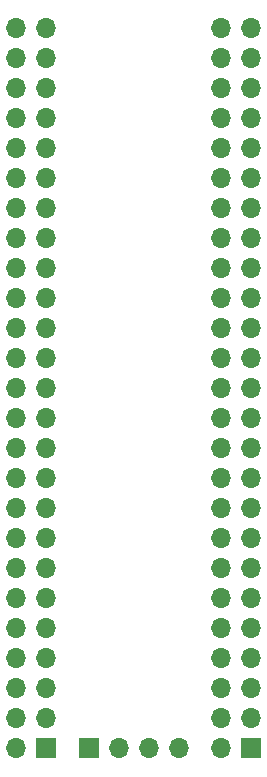
<source format=gbr>
%TF.GenerationSoftware,KiCad,Pcbnew,(5.1.9)-1*%
%TF.CreationDate,2021-07-31T16:05:11-05:00*%
%TF.ProjectId,SCSI Interface Card,53435349-2049-46e7-9465-726661636520,rev?*%
%TF.SameCoordinates,Original*%
%TF.FileFunction,Soldermask,Bot*%
%TF.FilePolarity,Negative*%
%FSLAX46Y46*%
G04 Gerber Fmt 4.6, Leading zero omitted, Abs format (unit mm)*
G04 Created by KiCad (PCBNEW (5.1.9)-1) date 2021-07-31 16:05:11*
%MOMM*%
%LPD*%
G01*
G04 APERTURE LIST*
%ADD10O,1.700000X1.700000*%
%ADD11R,1.700000X1.700000*%
G04 APERTURE END LIST*
D10*
%TO.C,SCSI1*%
X157546040Y-41259760D03*
X160086040Y-41259760D03*
X157546040Y-43799760D03*
X160086040Y-43799760D03*
X157546040Y-46339760D03*
X160086040Y-46339760D03*
X157546040Y-48879760D03*
X160086040Y-48879760D03*
X157546040Y-51419760D03*
X160086040Y-51419760D03*
X157546040Y-53959760D03*
X160086040Y-53959760D03*
X157546040Y-56499760D03*
X160086040Y-56499760D03*
X157546040Y-59039760D03*
X160086040Y-59039760D03*
X157546040Y-61579760D03*
X160086040Y-61579760D03*
X157546040Y-64119760D03*
X160086040Y-64119760D03*
X157546040Y-66659760D03*
X160086040Y-66659760D03*
X157546040Y-69199760D03*
X160086040Y-69199760D03*
X157546040Y-71739760D03*
X160086040Y-71739760D03*
X157546040Y-74279760D03*
X160086040Y-74279760D03*
X157546040Y-76819760D03*
X160086040Y-76819760D03*
X157546040Y-79359760D03*
X160086040Y-79359760D03*
X157546040Y-81899760D03*
X160086040Y-81899760D03*
X157546040Y-84439760D03*
X160086040Y-84439760D03*
X157546040Y-86979760D03*
X160086040Y-86979760D03*
X157546040Y-89519760D03*
X160086040Y-89519760D03*
X157546040Y-92059760D03*
X160086040Y-92059760D03*
X157546040Y-94599760D03*
X160086040Y-94599760D03*
X157546040Y-97139760D03*
X160086040Y-97139760D03*
X157546040Y-99679760D03*
X160086040Y-99679760D03*
X157546040Y-102219760D03*
D11*
X160086040Y-102219760D03*
%TD*%
D10*
%TO.C,PWR1*%
X153959560Y-102219760D03*
X151419560Y-102219760D03*
X148879560Y-102219760D03*
D11*
X146339560Y-102219760D03*
%TD*%
D10*
%TO.C,FMT1*%
X140202920Y-41259760D03*
X142742920Y-41259760D03*
X140202920Y-43799760D03*
X142742920Y-43799760D03*
X140202920Y-46339760D03*
X142742920Y-46339760D03*
X140202920Y-48879760D03*
X142742920Y-48879760D03*
X140202920Y-51419760D03*
X142742920Y-51419760D03*
X140202920Y-53959760D03*
X142742920Y-53959760D03*
X140202920Y-56499760D03*
X142742920Y-56499760D03*
X140202920Y-59039760D03*
X142742920Y-59039760D03*
X140202920Y-61579760D03*
X142742920Y-61579760D03*
X140202920Y-64119760D03*
X142742920Y-64119760D03*
X140202920Y-66659760D03*
X142742920Y-66659760D03*
X140202920Y-69199760D03*
X142742920Y-69199760D03*
X140202920Y-71739760D03*
X142742920Y-71739760D03*
X140202920Y-74279760D03*
X142742920Y-74279760D03*
X140202920Y-76819760D03*
X142742920Y-76819760D03*
X140202920Y-79359760D03*
X142742920Y-79359760D03*
X140202920Y-81899760D03*
X142742920Y-81899760D03*
X140202920Y-84439760D03*
X142742920Y-84439760D03*
X140202920Y-86979760D03*
X142742920Y-86979760D03*
X140202920Y-89519760D03*
X142742920Y-89519760D03*
X140202920Y-92059760D03*
X142742920Y-92059760D03*
X140202920Y-94599760D03*
X142742920Y-94599760D03*
X140202920Y-97139760D03*
X142742920Y-97139760D03*
X140202920Y-99679760D03*
X142742920Y-99679760D03*
X140202920Y-102219760D03*
D11*
X142742920Y-102219760D03*
%TD*%
M02*

</source>
